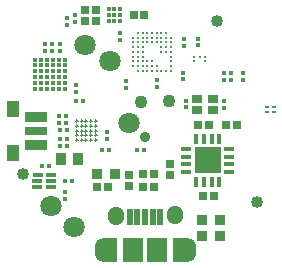
<source format=gts>
G04 Layer_Color=8388736*
%FSLAX25Y25*%
%MOIN*%
G70*
G01*
G75*
%ADD76R,0.01181X0.00984*%
%ADD90R,0.06699X0.07880*%
%ADD91R,0.01975X0.05715*%
%ADD92R,0.05124X0.07880*%
%ADD93R,0.01772X0.01575*%
%ADD94R,0.02762X0.02920*%
%ADD95R,0.03550X0.03550*%
G04:AMPARAMS|DCode=96|XSize=12.94mil|YSize=12.94mil|CornerRadius=6.47mil|HoleSize=0mil|Usage=FLASHONLY|Rotation=0.000|XOffset=0mil|YOffset=0mil|HoleType=Round|Shape=RoundedRectangle|*
%AMROUNDEDRECTD96*
21,1,0.01294,0.00000,0,0,0.0*
21,1,0.00000,0.01294,0,0,0.0*
1,1,0.01294,0.00000,0.00000*
1,1,0.01294,0.00000,0.00000*
1,1,0.01294,0.00000,0.00000*
1,1,0.01294,0.00000,0.00000*
%
%ADD96ROUNDEDRECTD96*%
%ADD97R,0.02920X0.02762*%
%ADD98R,0.08668X0.08668*%
%ADD99R,0.01581X0.03235*%
%ADD100R,0.03235X0.01581*%
%ADD101R,0.02762X0.02565*%
%ADD102R,0.01654X0.01654*%
%ADD103R,0.01654X0.01654*%
%ADD104C,0.01260*%
%ADD105C,0.04337*%
%ADD106C,0.01181*%
%ADD107R,0.03943X0.05518*%
%ADD108R,0.07487X0.03353*%
%ADD109R,0.07487X0.02762*%
%ADD110C,0.07093*%
%ADD111R,0.01575X0.01772*%
%ADD112R,0.03740X0.01496*%
%ADD113R,0.03347X0.01496*%
%ADD114C,0.01437*%
%ADD115C,0.01476*%
%ADD116R,0.03195X0.04022*%
%ADD117R,0.03353X0.02959*%
%ADD118O,0.05321X0.06306*%
%ADD119O,0.05223X0.07880*%
%ADD120C,0.03998*%
%ADD121C,0.03600*%
D76*
X43040Y7452D02*
D03*
Y6074D02*
D03*
X40678D02*
D03*
Y7452D02*
D03*
D90*
X-4134Y-40000D02*
D03*
X4134D02*
D03*
D91*
X5118Y-28974D02*
D03*
X2559D02*
D03*
X0D02*
D03*
X-2559D02*
D03*
X-5118Y-28974D02*
D03*
D92*
X-11811Y-40000D02*
D03*
X11811Y-40000D02*
D03*
D93*
X-26400Y2319D02*
D03*
Y4681D02*
D03*
X32500Y18881D02*
D03*
Y16519D02*
D03*
X-23100Y14981D02*
D03*
Y12619D02*
D03*
X-28800Y4681D02*
D03*
Y2319D02*
D03*
X-28400Y-3100D02*
D03*
Y-5462D02*
D03*
X-26600Y-20719D02*
D03*
Y-23081D02*
D03*
X-8200Y29919D02*
D03*
Y32281D02*
D03*
X-12800Y-2981D02*
D03*
Y-619D02*
D03*
D94*
X-12489Y-19200D02*
D03*
X-16111D02*
D03*
X21411Y1600D02*
D03*
X17789D02*
D03*
X26989Y1600D02*
D03*
X30611D02*
D03*
X3011Y-14900D02*
D03*
X-611D02*
D03*
X3011Y-19100D02*
D03*
X-611D02*
D03*
X-189Y38300D02*
D03*
X-3811D02*
D03*
X22911Y-22100D02*
D03*
X19289D02*
D03*
D95*
X-10147Y-14800D02*
D03*
X-16053D02*
D03*
X24953Y-30000D02*
D03*
X19047D02*
D03*
X25053Y-35300D02*
D03*
X19147D02*
D03*
D96*
X-16450Y-3450D02*
D03*
Y-1875D02*
D03*
X-18025Y-3450D02*
D03*
Y-1875D02*
D03*
X-16450Y1275D02*
D03*
Y-300D02*
D03*
Y2850D02*
D03*
X-18025Y1275D02*
D03*
Y-300D02*
D03*
X-19600Y2850D02*
D03*
X-18025D02*
D03*
X-19600Y-3450D02*
D03*
X-21175D02*
D03*
X-19600Y-1875D02*
D03*
X-21175D02*
D03*
Y-300D02*
D03*
X-22750Y-3450D02*
D03*
Y-1875D02*
D03*
X-19600Y-300D02*
D03*
X-22750D02*
D03*
X-19600Y1275D02*
D03*
X-21175D02*
D03*
Y2850D02*
D03*
X-22750D02*
D03*
Y1275D02*
D03*
D97*
X8300Y-11289D02*
D03*
Y-14911D02*
D03*
X-16200Y36189D02*
D03*
Y39811D02*
D03*
X-19900Y36189D02*
D03*
Y39811D02*
D03*
D98*
X20900Y-10200D02*
D03*
D99*
X17061Y-17385D02*
D03*
X19621D02*
D03*
X22179D02*
D03*
X24739D02*
D03*
Y-3015D02*
D03*
X22179D02*
D03*
X19621D02*
D03*
X17061D02*
D03*
D100*
X28085Y-14039D02*
D03*
Y-11479D02*
D03*
Y-8920D02*
D03*
Y-6361D02*
D03*
X13715D02*
D03*
Y-8920D02*
D03*
Y-11479D02*
D03*
Y-14039D02*
D03*
D101*
X-5200Y-18670D02*
D03*
Y-14930D02*
D03*
D102*
X26398Y18900D02*
D03*
X28602D02*
D03*
X26398Y16500D02*
D03*
X28602D02*
D03*
X-24398Y-17100D02*
D03*
X-26602D02*
D03*
X-22902Y9600D02*
D03*
X-20698D02*
D03*
X-30998Y26300D02*
D03*
X-33202D02*
D03*
D103*
X17800Y30302D02*
D03*
Y28098D02*
D03*
X12600Y19000D02*
D03*
Y16795D02*
D03*
X-6300Y13998D02*
D03*
Y16202D02*
D03*
X3900Y14298D02*
D03*
Y16502D02*
D03*
X-26000Y35000D02*
D03*
Y37205D02*
D03*
X-28300Y28500D02*
D03*
Y26295D02*
D03*
X-25900Y-3179D02*
D03*
Y-5384D02*
D03*
X-23400Y35900D02*
D03*
Y38105D02*
D03*
X13700Y9702D02*
D03*
Y7498D02*
D03*
X13100Y30102D02*
D03*
Y27898D02*
D03*
X26300Y7298D02*
D03*
Y9502D02*
D03*
D104*
X20137Y24425D02*
D03*
X18169D02*
D03*
X16200D02*
D03*
X20137Y22850D02*
D03*
X16200D02*
D03*
D105*
X-1300Y9400D02*
D03*
X7900Y9500D02*
D03*
D106*
X-2424Y19701D02*
D03*
X-850D02*
D03*
X-3999Y21276D02*
D03*
X-2424D02*
D03*
X-3999Y22850D02*
D03*
X725Y21276D02*
D03*
X-850D02*
D03*
X-2424Y24425D02*
D03*
X-3999D02*
D03*
X-850Y22850D02*
D03*
X-2424D02*
D03*
X-850Y24425D02*
D03*
Y26000D02*
D03*
X725Y19701D02*
D03*
X2300D02*
D03*
X3875Y21276D02*
D03*
X5450Y19701D02*
D03*
X3875D02*
D03*
X7024D02*
D03*
X8599D02*
D03*
X2300Y21276D02*
D03*
X8599D02*
D03*
X725Y22850D02*
D03*
X2300D02*
D03*
X8599Y24425D02*
D03*
Y22850D02*
D03*
X-3999Y26000D02*
D03*
X-2424Y27575D02*
D03*
X-3999D02*
D03*
X-2424Y29150D02*
D03*
X-3999D02*
D03*
X-2424Y26000D02*
D03*
X-850Y27575D02*
D03*
X725Y29150D02*
D03*
X-850D02*
D03*
X-2424Y30724D02*
D03*
X-850D02*
D03*
X-3999D02*
D03*
X-850Y32299D02*
D03*
X-2424D02*
D03*
X725D02*
D03*
Y30724D02*
D03*
X5450Y27575D02*
D03*
Y26000D02*
D03*
X2300Y29150D02*
D03*
X5450D02*
D03*
X3875D02*
D03*
X7024Y26000D02*
D03*
X8599D02*
D03*
X7024Y27575D02*
D03*
X8599D02*
D03*
Y29150D02*
D03*
X2300Y30724D02*
D03*
X3875D02*
D03*
X2300Y32299D02*
D03*
X5450Y30724D02*
D03*
X3875Y32299D02*
D03*
X7024Y29150D02*
D03*
X8599Y30724D02*
D03*
X5450Y32299D02*
D03*
X7024Y30724D02*
D03*
Y32299D02*
D03*
D107*
X-44134Y-7683D02*
D03*
Y6883D02*
D03*
D108*
X-36457Y-5223D02*
D03*
Y4423D02*
D03*
D109*
Y-400D02*
D03*
D110*
X-31200Y-25500D02*
D03*
X-23600Y-32300D02*
D03*
X-5500Y2300D02*
D03*
X-19900Y28100D02*
D03*
X-11800Y22900D02*
D03*
D111*
X-338Y-6900D02*
D03*
X-2700D02*
D03*
X-11919Y-6800D02*
D03*
X-14281D02*
D03*
X-33262Y28700D02*
D03*
X-30900D02*
D03*
X-34281Y-12000D02*
D03*
X-31919D02*
D03*
X-26119Y0D02*
D03*
X-28481D02*
D03*
D112*
X-35667Y-15131D02*
D03*
D113*
X-35864Y-17100D02*
D03*
Y-19068D02*
D03*
X-31336Y-15131D02*
D03*
Y-17100D02*
D03*
Y-19068D02*
D03*
D114*
X-36521Y13579D02*
D03*
Y15547D02*
D03*
Y17516D02*
D03*
Y19484D02*
D03*
Y21453D02*
D03*
Y23421D02*
D03*
X-34553Y13579D02*
D03*
Y15547D02*
D03*
Y17516D02*
D03*
Y19484D02*
D03*
Y21453D02*
D03*
Y23421D02*
D03*
X-32584Y13579D02*
D03*
Y15547D02*
D03*
Y17516D02*
D03*
Y19484D02*
D03*
Y21453D02*
D03*
Y23421D02*
D03*
X-30616Y13579D02*
D03*
Y15547D02*
D03*
Y17516D02*
D03*
Y19484D02*
D03*
Y21453D02*
D03*
Y23421D02*
D03*
X-28647Y13579D02*
D03*
Y15547D02*
D03*
Y17516D02*
D03*
Y19484D02*
D03*
Y21453D02*
D03*
Y23421D02*
D03*
X-26679Y13579D02*
D03*
Y15547D02*
D03*
Y17516D02*
D03*
Y19484D02*
D03*
Y21453D02*
D03*
Y23421D02*
D03*
D115*
X-12168Y40268D02*
D03*
Y38300D02*
D03*
Y36331D02*
D03*
X-10200Y40268D02*
D03*
X-8231D02*
D03*
X-10200Y38300D02*
D03*
X-8231D02*
D03*
Y36331D02*
D03*
X-10200D02*
D03*
D116*
X-27956Y-9800D02*
D03*
X-22444D02*
D03*
D117*
X17478Y6472D02*
D03*
X22596D02*
D03*
X17478Y10409D02*
D03*
X22596D02*
D03*
D118*
X-9843Y-28583D02*
D03*
X9843Y-28386D02*
D03*
D119*
X-14173Y-40000D02*
D03*
X14173Y-39998D02*
D03*
D120*
X37200Y-24200D02*
D03*
X24100Y36300D02*
D03*
X-40700Y-14700D02*
D03*
D121*
X0Y-2500D02*
D03*
M02*

</source>
